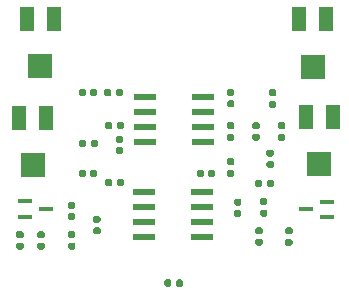
<source format=gbr>
%TF.GenerationSoftware,KiCad,Pcbnew,(5.1.9-0-10_14)*%
%TF.CreationDate,2021-05-07T17:02:22+01:00*%
%TF.ProjectId,EMGSensor3.1,454d4753-656e-4736-9f72-332e312e6b69,rev?*%
%TF.SameCoordinates,Original*%
%TF.FileFunction,Paste,Top*%
%TF.FilePolarity,Positive*%
%FSLAX46Y46*%
G04 Gerber Fmt 4.6, Leading zero omitted, Abs format (unit mm)*
G04 Created by KiCad (PCBNEW (5.1.9-0-10_14)) date 2021-05-07 17:02:22*
%MOMM*%
%LPD*%
G01*
G04 APERTURE LIST*
%ADD10R,1.168400X0.457200*%
%ADD11R,1.300000X2.000000*%
%ADD12R,2.000000X2.000000*%
%ADD13R,1.981200X0.558800*%
G04 APERTURE END LIST*
D10*
%TO.C,D2*%
X199148700Y-68315599D03*
X199148700Y-67015601D03*
X197396100Y-67665600D03*
%TD*%
%TO.C,R9*%
G36*
G01*
X174782700Y-70497200D02*
X175127700Y-70497200D01*
G75*
G02*
X175275200Y-70644700I0J-147500D01*
G01*
X175275200Y-70939700D01*
G75*
G02*
X175127700Y-71087200I-147500J0D01*
G01*
X174782700Y-71087200D01*
G75*
G02*
X174635200Y-70939700I0J147500D01*
G01*
X174635200Y-70644700D01*
G75*
G02*
X174782700Y-70497200I147500J0D01*
G01*
G37*
G36*
G01*
X174782700Y-69527200D02*
X175127700Y-69527200D01*
G75*
G02*
X175275200Y-69674700I0J-147500D01*
G01*
X175275200Y-69969700D01*
G75*
G02*
X175127700Y-70117200I-147500J0D01*
G01*
X174782700Y-70117200D01*
G75*
G02*
X174635200Y-69969700I0J147500D01*
G01*
X174635200Y-69674700D01*
G75*
G02*
X174782700Y-69527200I147500J0D01*
G01*
G37*
%TD*%
D11*
%TO.C,RV22*%
X199651000Y-59849000D03*
D12*
X198501000Y-63849000D03*
D11*
X197351000Y-59849000D03*
%TD*%
%TO.C,C5*%
G36*
G01*
X194660000Y-65317500D02*
X194660000Y-65662500D01*
G75*
G02*
X194512500Y-65810000I-147500J0D01*
G01*
X194217500Y-65810000D01*
G75*
G02*
X194070000Y-65662500I0J147500D01*
G01*
X194070000Y-65317500D01*
G75*
G02*
X194217500Y-65170000I147500J0D01*
G01*
X194512500Y-65170000D01*
G75*
G02*
X194660000Y-65317500I0J-147500D01*
G01*
G37*
G36*
G01*
X193690000Y-65317500D02*
X193690000Y-65662500D01*
G75*
G02*
X193542500Y-65810000I-147500J0D01*
G01*
X193247500Y-65810000D01*
G75*
G02*
X193100000Y-65662500I0J147500D01*
G01*
X193100000Y-65317500D01*
G75*
G02*
X193247500Y-65170000I147500J0D01*
G01*
X193542500Y-65170000D01*
G75*
G02*
X193690000Y-65317500I0J-147500D01*
G01*
G37*
%TD*%
%TO.C,C8*%
G36*
G01*
X185995000Y-73747500D02*
X185995000Y-74092500D01*
G75*
G02*
X185847500Y-74240000I-147500J0D01*
G01*
X185552500Y-74240000D01*
G75*
G02*
X185405000Y-74092500I0J147500D01*
G01*
X185405000Y-73747500D01*
G75*
G02*
X185552500Y-73600000I147500J0D01*
G01*
X185847500Y-73600000D01*
G75*
G02*
X185995000Y-73747500I0J-147500D01*
G01*
G37*
G36*
G01*
X186965000Y-73747500D02*
X186965000Y-74092500D01*
G75*
G02*
X186817500Y-74240000I-147500J0D01*
G01*
X186522500Y-74240000D01*
G75*
G02*
X186375000Y-74092500I0J147500D01*
G01*
X186375000Y-73747500D01*
G75*
G02*
X186522500Y-73600000I147500J0D01*
G01*
X186817500Y-73600000D01*
G75*
G02*
X186965000Y-73747500I0J-147500D01*
G01*
G37*
%TD*%
%TO.C,R1*%
G36*
G01*
X178163000Y-57957500D02*
X178163000Y-57612500D01*
G75*
G02*
X178310500Y-57465000I147500J0D01*
G01*
X178605500Y-57465000D01*
G75*
G02*
X178753000Y-57612500I0J-147500D01*
G01*
X178753000Y-57957500D01*
G75*
G02*
X178605500Y-58105000I-147500J0D01*
G01*
X178310500Y-58105000D01*
G75*
G02*
X178163000Y-57957500I0J147500D01*
G01*
G37*
G36*
G01*
X179133000Y-57957500D02*
X179133000Y-57612500D01*
G75*
G02*
X179280500Y-57465000I147500J0D01*
G01*
X179575500Y-57465000D01*
G75*
G02*
X179723000Y-57612500I0J-147500D01*
G01*
X179723000Y-57957500D01*
G75*
G02*
X179575500Y-58105000I-147500J0D01*
G01*
X179280500Y-58105000D01*
G75*
G02*
X179133000Y-57957500I0J147500D01*
G01*
G37*
%TD*%
%TO.C,R2*%
G36*
G01*
X180322000Y-57957500D02*
X180322000Y-57612500D01*
G75*
G02*
X180469500Y-57465000I147500J0D01*
G01*
X180764500Y-57465000D01*
G75*
G02*
X180912000Y-57612500I0J-147500D01*
G01*
X180912000Y-57957500D01*
G75*
G02*
X180764500Y-58105000I-147500J0D01*
G01*
X180469500Y-58105000D01*
G75*
G02*
X180322000Y-57957500I0J147500D01*
G01*
G37*
G36*
G01*
X181292000Y-57957500D02*
X181292000Y-57612500D01*
G75*
G02*
X181439500Y-57465000I147500J0D01*
G01*
X181734500Y-57465000D01*
G75*
G02*
X181882000Y-57612500I0J-147500D01*
G01*
X181882000Y-57957500D01*
G75*
G02*
X181734500Y-58105000I-147500J0D01*
G01*
X181439500Y-58105000D01*
G75*
G02*
X181292000Y-57957500I0J147500D01*
G01*
G37*
%TD*%
%TO.C,R3*%
G36*
G01*
X181968500Y-60406500D02*
X181968500Y-60751500D01*
G75*
G02*
X181821000Y-60899000I-147500J0D01*
G01*
X181526000Y-60899000D01*
G75*
G02*
X181378500Y-60751500I0J147500D01*
G01*
X181378500Y-60406500D01*
G75*
G02*
X181526000Y-60259000I147500J0D01*
G01*
X181821000Y-60259000D01*
G75*
G02*
X181968500Y-60406500I0J-147500D01*
G01*
G37*
G36*
G01*
X180998500Y-60406500D02*
X180998500Y-60751500D01*
G75*
G02*
X180851000Y-60899000I-147500J0D01*
G01*
X180556000Y-60899000D01*
G75*
G02*
X180408500Y-60751500I0J147500D01*
G01*
X180408500Y-60406500D01*
G75*
G02*
X180556000Y-60259000I147500J0D01*
G01*
X180851000Y-60259000D01*
G75*
G02*
X180998500Y-60406500I0J-147500D01*
G01*
G37*
%TD*%
%TO.C,R6*%
G36*
G01*
X179723000Y-64470500D02*
X179723000Y-64815500D01*
G75*
G02*
X179575500Y-64963000I-147500J0D01*
G01*
X179280500Y-64963000D01*
G75*
G02*
X179133000Y-64815500I0J147500D01*
G01*
X179133000Y-64470500D01*
G75*
G02*
X179280500Y-64323000I147500J0D01*
G01*
X179575500Y-64323000D01*
G75*
G02*
X179723000Y-64470500I0J-147500D01*
G01*
G37*
G36*
G01*
X178753000Y-64470500D02*
X178753000Y-64815500D01*
G75*
G02*
X178605500Y-64963000I-147500J0D01*
G01*
X178310500Y-64963000D01*
G75*
G02*
X178163000Y-64815500I0J147500D01*
G01*
X178163000Y-64470500D01*
G75*
G02*
X178310500Y-64323000I147500J0D01*
G01*
X178605500Y-64323000D01*
G75*
G02*
X178753000Y-64470500I0J-147500D01*
G01*
G37*
%TD*%
%TO.C,R7*%
G36*
G01*
X181378500Y-65577500D02*
X181378500Y-65232500D01*
G75*
G02*
X181526000Y-65085000I147500J0D01*
G01*
X181821000Y-65085000D01*
G75*
G02*
X181968500Y-65232500I0J-147500D01*
G01*
X181968500Y-65577500D01*
G75*
G02*
X181821000Y-65725000I-147500J0D01*
G01*
X181526000Y-65725000D01*
G75*
G02*
X181378500Y-65577500I0J147500D01*
G01*
G37*
G36*
G01*
X180408500Y-65577500D02*
X180408500Y-65232500D01*
G75*
G02*
X180556000Y-65085000I147500J0D01*
G01*
X180851000Y-65085000D01*
G75*
G02*
X180998500Y-65232500I0J-147500D01*
G01*
X180998500Y-65577500D01*
G75*
G02*
X180851000Y-65725000I-147500J0D01*
G01*
X180556000Y-65725000D01*
G75*
G02*
X180408500Y-65577500I0J147500D01*
G01*
G37*
%TD*%
%TO.C,R8*%
G36*
G01*
X179507100Y-68231800D02*
X179852100Y-68231800D01*
G75*
G02*
X179999600Y-68379300I0J-147500D01*
G01*
X179999600Y-68674300D01*
G75*
G02*
X179852100Y-68821800I-147500J0D01*
G01*
X179507100Y-68821800D01*
G75*
G02*
X179359600Y-68674300I0J147500D01*
G01*
X179359600Y-68379300D01*
G75*
G02*
X179507100Y-68231800I147500J0D01*
G01*
G37*
G36*
G01*
X179507100Y-69201800D02*
X179852100Y-69201800D01*
G75*
G02*
X179999600Y-69349300I0J-147500D01*
G01*
X179999600Y-69644300D01*
G75*
G02*
X179852100Y-69791800I-147500J0D01*
G01*
X179507100Y-69791800D01*
G75*
G02*
X179359600Y-69644300I0J147500D01*
G01*
X179359600Y-69349300D01*
G75*
G02*
X179507100Y-69201800I147500J0D01*
G01*
G37*
%TD*%
%TO.C,R10*%
G36*
G01*
X173324300Y-70119600D02*
X172979300Y-70119600D01*
G75*
G02*
X172831800Y-69972100I0J147500D01*
G01*
X172831800Y-69677100D01*
G75*
G02*
X172979300Y-69529600I147500J0D01*
G01*
X173324300Y-69529600D01*
G75*
G02*
X173471800Y-69677100I0J-147500D01*
G01*
X173471800Y-69972100D01*
G75*
G02*
X173324300Y-70119600I-147500J0D01*
G01*
G37*
G36*
G01*
X173324300Y-71089600D02*
X172979300Y-71089600D01*
G75*
G02*
X172831800Y-70942100I0J147500D01*
G01*
X172831800Y-70647100D01*
G75*
G02*
X172979300Y-70499600I147500J0D01*
G01*
X173324300Y-70499600D01*
G75*
G02*
X173471800Y-70647100I0J-147500D01*
G01*
X173471800Y-70942100D01*
G75*
G02*
X173324300Y-71089600I-147500J0D01*
G01*
G37*
%TD*%
%TO.C,R12*%
G36*
G01*
X195498500Y-60897000D02*
X195153500Y-60897000D01*
G75*
G02*
X195006000Y-60749500I0J147500D01*
G01*
X195006000Y-60454500D01*
G75*
G02*
X195153500Y-60307000I147500J0D01*
G01*
X195498500Y-60307000D01*
G75*
G02*
X195646000Y-60454500I0J-147500D01*
G01*
X195646000Y-60749500D01*
G75*
G02*
X195498500Y-60897000I-147500J0D01*
G01*
G37*
G36*
G01*
X195498500Y-61867000D02*
X195153500Y-61867000D01*
G75*
G02*
X195006000Y-61719500I0J147500D01*
G01*
X195006000Y-61424500D01*
G75*
G02*
X195153500Y-61277000I147500J0D01*
G01*
X195498500Y-61277000D01*
G75*
G02*
X195646000Y-61424500I0J-147500D01*
G01*
X195646000Y-61719500D01*
G75*
G02*
X195498500Y-61867000I-147500J0D01*
G01*
G37*
%TD*%
%TO.C,R13*%
G36*
G01*
X193339500Y-61867000D02*
X192994500Y-61867000D01*
G75*
G02*
X192847000Y-61719500I0J147500D01*
G01*
X192847000Y-61424500D01*
G75*
G02*
X192994500Y-61277000I147500J0D01*
G01*
X193339500Y-61277000D01*
G75*
G02*
X193487000Y-61424500I0J-147500D01*
G01*
X193487000Y-61719500D01*
G75*
G02*
X193339500Y-61867000I-147500J0D01*
G01*
G37*
G36*
G01*
X193339500Y-60897000D02*
X192994500Y-60897000D01*
G75*
G02*
X192847000Y-60749500I0J147500D01*
G01*
X192847000Y-60454500D01*
G75*
G02*
X192994500Y-60307000I147500J0D01*
G01*
X193339500Y-60307000D01*
G75*
G02*
X193487000Y-60454500I0J-147500D01*
G01*
X193487000Y-60749500D01*
G75*
G02*
X193339500Y-60897000I-147500J0D01*
G01*
G37*
%TD*%
%TO.C,R14*%
G36*
G01*
X194188300Y-62618400D02*
X194533300Y-62618400D01*
G75*
G02*
X194680800Y-62765900I0J-147500D01*
G01*
X194680800Y-63060900D01*
G75*
G02*
X194533300Y-63208400I-147500J0D01*
G01*
X194188300Y-63208400D01*
G75*
G02*
X194040800Y-63060900I0J147500D01*
G01*
X194040800Y-62765900D01*
G75*
G02*
X194188300Y-62618400I147500J0D01*
G01*
G37*
G36*
G01*
X194188300Y-63588400D02*
X194533300Y-63588400D01*
G75*
G02*
X194680800Y-63735900I0J-147500D01*
G01*
X194680800Y-64030900D01*
G75*
G02*
X194533300Y-64178400I-147500J0D01*
G01*
X194188300Y-64178400D01*
G75*
G02*
X194040800Y-64030900I0J147500D01*
G01*
X194040800Y-63735900D01*
G75*
G02*
X194188300Y-63588400I147500J0D01*
G01*
G37*
%TD*%
%TO.C,R15*%
G36*
G01*
X190835500Y-60307000D02*
X191180500Y-60307000D01*
G75*
G02*
X191328000Y-60454500I0J-147500D01*
G01*
X191328000Y-60749500D01*
G75*
G02*
X191180500Y-60897000I-147500J0D01*
G01*
X190835500Y-60897000D01*
G75*
G02*
X190688000Y-60749500I0J147500D01*
G01*
X190688000Y-60454500D01*
G75*
G02*
X190835500Y-60307000I147500J0D01*
G01*
G37*
G36*
G01*
X190835500Y-61277000D02*
X191180500Y-61277000D01*
G75*
G02*
X191328000Y-61424500I0J-147500D01*
G01*
X191328000Y-61719500D01*
G75*
G02*
X191180500Y-61867000I-147500J0D01*
G01*
X190835500Y-61867000D01*
G75*
G02*
X190688000Y-61719500I0J147500D01*
G01*
X190688000Y-61424500D01*
G75*
G02*
X190835500Y-61277000I147500J0D01*
G01*
G37*
%TD*%
%TO.C,R17*%
G36*
G01*
X194391500Y-58483000D02*
X194736500Y-58483000D01*
G75*
G02*
X194884000Y-58630500I0J-147500D01*
G01*
X194884000Y-58925500D01*
G75*
G02*
X194736500Y-59073000I-147500J0D01*
G01*
X194391500Y-59073000D01*
G75*
G02*
X194244000Y-58925500I0J147500D01*
G01*
X194244000Y-58630500D01*
G75*
G02*
X194391500Y-58483000I147500J0D01*
G01*
G37*
G36*
G01*
X194391500Y-57513000D02*
X194736500Y-57513000D01*
G75*
G02*
X194884000Y-57660500I0J-147500D01*
G01*
X194884000Y-57955500D01*
G75*
G02*
X194736500Y-58103000I-147500J0D01*
G01*
X194391500Y-58103000D01*
G75*
G02*
X194244000Y-57955500I0J147500D01*
G01*
X194244000Y-57660500D01*
G75*
G02*
X194391500Y-57513000I147500J0D01*
G01*
G37*
%TD*%
%TO.C,R18*%
G36*
G01*
X191180500Y-63945000D02*
X190835500Y-63945000D01*
G75*
G02*
X190688000Y-63797500I0J147500D01*
G01*
X190688000Y-63502500D01*
G75*
G02*
X190835500Y-63355000I147500J0D01*
G01*
X191180500Y-63355000D01*
G75*
G02*
X191328000Y-63502500I0J-147500D01*
G01*
X191328000Y-63797500D01*
G75*
G02*
X191180500Y-63945000I-147500J0D01*
G01*
G37*
G36*
G01*
X191180500Y-64915000D02*
X190835500Y-64915000D01*
G75*
G02*
X190688000Y-64767500I0J147500D01*
G01*
X190688000Y-64472500D01*
G75*
G02*
X190835500Y-64325000I147500J0D01*
G01*
X191180500Y-64325000D01*
G75*
G02*
X191328000Y-64472500I0J-147500D01*
G01*
X191328000Y-64767500D01*
G75*
G02*
X191180500Y-64915000I-147500J0D01*
G01*
G37*
%TD*%
%TO.C,R19*%
G36*
G01*
X193629500Y-67700000D02*
X193974500Y-67700000D01*
G75*
G02*
X194122000Y-67847500I0J-147500D01*
G01*
X194122000Y-68142500D01*
G75*
G02*
X193974500Y-68290000I-147500J0D01*
G01*
X193629500Y-68290000D01*
G75*
G02*
X193482000Y-68142500I0J147500D01*
G01*
X193482000Y-67847500D01*
G75*
G02*
X193629500Y-67700000I147500J0D01*
G01*
G37*
G36*
G01*
X193629500Y-66730000D02*
X193974500Y-66730000D01*
G75*
G02*
X194122000Y-66877500I0J-147500D01*
G01*
X194122000Y-67172500D01*
G75*
G02*
X193974500Y-67320000I-147500J0D01*
G01*
X193629500Y-67320000D01*
G75*
G02*
X193482000Y-67172500I0J147500D01*
G01*
X193482000Y-66877500D01*
G75*
G02*
X193629500Y-66730000I147500J0D01*
G01*
G37*
%TD*%
%TO.C,R20*%
G36*
G01*
X193217500Y-70160000D02*
X193562500Y-70160000D01*
G75*
G02*
X193710000Y-70307500I0J-147500D01*
G01*
X193710000Y-70602500D01*
G75*
G02*
X193562500Y-70750000I-147500J0D01*
G01*
X193217500Y-70750000D01*
G75*
G02*
X193070000Y-70602500I0J147500D01*
G01*
X193070000Y-70307500D01*
G75*
G02*
X193217500Y-70160000I147500J0D01*
G01*
G37*
G36*
G01*
X193217500Y-69190000D02*
X193562500Y-69190000D01*
G75*
G02*
X193710000Y-69337500I0J-147500D01*
G01*
X193710000Y-69632500D01*
G75*
G02*
X193562500Y-69780000I-147500J0D01*
G01*
X193217500Y-69780000D01*
G75*
G02*
X193070000Y-69632500I0J147500D01*
G01*
X193070000Y-69337500D01*
G75*
G02*
X193217500Y-69190000I147500J0D01*
G01*
G37*
%TD*%
%TO.C,R21*%
G36*
G01*
X196102500Y-70770000D02*
X195757500Y-70770000D01*
G75*
G02*
X195610000Y-70622500I0J147500D01*
G01*
X195610000Y-70327500D01*
G75*
G02*
X195757500Y-70180000I147500J0D01*
G01*
X196102500Y-70180000D01*
G75*
G02*
X196250000Y-70327500I0J-147500D01*
G01*
X196250000Y-70622500D01*
G75*
G02*
X196102500Y-70770000I-147500J0D01*
G01*
G37*
G36*
G01*
X196102500Y-69800000D02*
X195757500Y-69800000D01*
G75*
G02*
X195610000Y-69652500I0J147500D01*
G01*
X195610000Y-69357500D01*
G75*
G02*
X195757500Y-69210000I147500J0D01*
G01*
X196102500Y-69210000D01*
G75*
G02*
X196250000Y-69357500I0J-147500D01*
G01*
X196250000Y-69652500D01*
G75*
G02*
X196102500Y-69800000I-147500J0D01*
G01*
G37*
%TD*%
%TO.C,RV5*%
X173729000Y-51568600D03*
D12*
X174879000Y-55568600D03*
D11*
X176029000Y-51568600D03*
%TD*%
%TO.C,RV11*%
X175394000Y-59912500D03*
D12*
X174244000Y-63912500D03*
D11*
X173094000Y-59912500D03*
%TD*%
%TO.C,RV16*%
X196817600Y-51594000D03*
D12*
X197967600Y-55594000D03*
D11*
X199117600Y-51594000D03*
%TD*%
%TO.C,R4*%
G36*
G01*
X178186000Y-62275500D02*
X178186000Y-61930500D01*
G75*
G02*
X178333500Y-61783000I147500J0D01*
G01*
X178628500Y-61783000D01*
G75*
G02*
X178776000Y-61930500I0J-147500D01*
G01*
X178776000Y-62275500D01*
G75*
G02*
X178628500Y-62423000I-147500J0D01*
G01*
X178333500Y-62423000D01*
G75*
G02*
X178186000Y-62275500I0J147500D01*
G01*
G37*
G36*
G01*
X179156000Y-62275500D02*
X179156000Y-61930500D01*
G75*
G02*
X179303500Y-61783000I147500J0D01*
G01*
X179598500Y-61783000D01*
G75*
G02*
X179746000Y-61930500I0J-147500D01*
G01*
X179746000Y-62275500D01*
G75*
G02*
X179598500Y-62423000I-147500J0D01*
G01*
X179303500Y-62423000D01*
G75*
G02*
X179156000Y-62275500I0J147500D01*
G01*
G37*
%TD*%
%TO.C,C1*%
G36*
G01*
X177718500Y-68598000D02*
X177373500Y-68598000D01*
G75*
G02*
X177226000Y-68450500I0J147500D01*
G01*
X177226000Y-68155500D01*
G75*
G02*
X177373500Y-68008000I147500J0D01*
G01*
X177718500Y-68008000D01*
G75*
G02*
X177866000Y-68155500I0J-147500D01*
G01*
X177866000Y-68450500D01*
G75*
G02*
X177718500Y-68598000I-147500J0D01*
G01*
G37*
G36*
G01*
X177718500Y-67628000D02*
X177373500Y-67628000D01*
G75*
G02*
X177226000Y-67480500I0J147500D01*
G01*
X177226000Y-67185500D01*
G75*
G02*
X177373500Y-67038000I147500J0D01*
G01*
X177718500Y-67038000D01*
G75*
G02*
X177866000Y-67185500I0J-147500D01*
G01*
X177866000Y-67480500D01*
G75*
G02*
X177718500Y-67628000I-147500J0D01*
G01*
G37*
%TD*%
%TO.C,C6*%
G36*
G01*
X191764700Y-67348600D02*
X191419700Y-67348600D01*
G75*
G02*
X191272200Y-67201100I0J147500D01*
G01*
X191272200Y-66906100D01*
G75*
G02*
X191419700Y-66758600I147500J0D01*
G01*
X191764700Y-66758600D01*
G75*
G02*
X191912200Y-66906100I0J-147500D01*
G01*
X191912200Y-67201100D01*
G75*
G02*
X191764700Y-67348600I-147500J0D01*
G01*
G37*
G36*
G01*
X191764700Y-68318600D02*
X191419700Y-68318600D01*
G75*
G02*
X191272200Y-68171100I0J147500D01*
G01*
X191272200Y-67876100D01*
G75*
G02*
X191419700Y-67728600I147500J0D01*
G01*
X191764700Y-67728600D01*
G75*
G02*
X191912200Y-67876100I0J-147500D01*
G01*
X191912200Y-68171100D01*
G75*
G02*
X191764700Y-68318600I-147500J0D01*
G01*
G37*
%TD*%
%TO.C,C2*%
G36*
G01*
X177718500Y-70104500D02*
X177373500Y-70104500D01*
G75*
G02*
X177226000Y-69957000I0J147500D01*
G01*
X177226000Y-69662000D01*
G75*
G02*
X177373500Y-69514500I147500J0D01*
G01*
X177718500Y-69514500D01*
G75*
G02*
X177866000Y-69662000I0J-147500D01*
G01*
X177866000Y-69957000D01*
G75*
G02*
X177718500Y-70104500I-147500J0D01*
G01*
G37*
G36*
G01*
X177718500Y-71074500D02*
X177373500Y-71074500D01*
G75*
G02*
X177226000Y-70927000I0J147500D01*
G01*
X177226000Y-70632000D01*
G75*
G02*
X177373500Y-70484500I147500J0D01*
G01*
X177718500Y-70484500D01*
G75*
G02*
X177866000Y-70632000I0J-147500D01*
G01*
X177866000Y-70927000D01*
G75*
G02*
X177718500Y-71074500I-147500J0D01*
G01*
G37*
%TD*%
%TO.C,C3*%
G36*
G01*
X190835500Y-57487600D02*
X191180500Y-57487600D01*
G75*
G02*
X191328000Y-57635100I0J-147500D01*
G01*
X191328000Y-57930100D01*
G75*
G02*
X191180500Y-58077600I-147500J0D01*
G01*
X190835500Y-58077600D01*
G75*
G02*
X190688000Y-57930100I0J147500D01*
G01*
X190688000Y-57635100D01*
G75*
G02*
X190835500Y-57487600I147500J0D01*
G01*
G37*
G36*
G01*
X190835500Y-58457600D02*
X191180500Y-58457600D01*
G75*
G02*
X191328000Y-58605100I0J-147500D01*
G01*
X191328000Y-58900100D01*
G75*
G02*
X191180500Y-59047600I-147500J0D01*
G01*
X190835500Y-59047600D01*
G75*
G02*
X190688000Y-58900100I0J147500D01*
G01*
X190688000Y-58605100D01*
G75*
G02*
X190835500Y-58457600I147500J0D01*
G01*
G37*
%TD*%
%TO.C,C4*%
G36*
G01*
X188735200Y-64470500D02*
X188735200Y-64815500D01*
G75*
G02*
X188587700Y-64963000I-147500J0D01*
G01*
X188292700Y-64963000D01*
G75*
G02*
X188145200Y-64815500I0J147500D01*
G01*
X188145200Y-64470500D01*
G75*
G02*
X188292700Y-64323000I147500J0D01*
G01*
X188587700Y-64323000D01*
G75*
G02*
X188735200Y-64470500I0J-147500D01*
G01*
G37*
G36*
G01*
X189705200Y-64470500D02*
X189705200Y-64815500D01*
G75*
G02*
X189557700Y-64963000I-147500J0D01*
G01*
X189262700Y-64963000D01*
G75*
G02*
X189115200Y-64815500I0J147500D01*
G01*
X189115200Y-64470500D01*
G75*
G02*
X189262700Y-64323000I147500J0D01*
G01*
X189557700Y-64323000D01*
G75*
G02*
X189705200Y-64470500I0J-147500D01*
G01*
G37*
%TD*%
%TO.C,C7*%
G36*
G01*
X181782500Y-62040000D02*
X181437500Y-62040000D01*
G75*
G02*
X181290000Y-61892500I0J147500D01*
G01*
X181290000Y-61597500D01*
G75*
G02*
X181437500Y-61450000I147500J0D01*
G01*
X181782500Y-61450000D01*
G75*
G02*
X181930000Y-61597500I0J-147500D01*
G01*
X181930000Y-61892500D01*
G75*
G02*
X181782500Y-62040000I-147500J0D01*
G01*
G37*
G36*
G01*
X181782500Y-63010000D02*
X181437500Y-63010000D01*
G75*
G02*
X181290000Y-62862500I0J147500D01*
G01*
X181290000Y-62567500D01*
G75*
G02*
X181437500Y-62420000I147500J0D01*
G01*
X181782500Y-62420000D01*
G75*
G02*
X181930000Y-62567500I0J-147500D01*
G01*
X181930000Y-62862500D01*
G75*
G02*
X181782500Y-63010000I-147500J0D01*
G01*
G37*
%TD*%
D10*
%TO.C,D1*%
X175348900Y-67640200D03*
X173596300Y-68290199D03*
X173596300Y-66990201D03*
%TD*%
D13*
%TO.C,U1*%
X188645800Y-58191400D03*
X188645800Y-59461400D03*
X188645800Y-60731400D03*
X188645800Y-62001400D03*
X183718200Y-62001400D03*
X183718200Y-60731400D03*
X183718200Y-59461400D03*
X183718200Y-58191400D03*
%TD*%
%TO.C,U2*%
X183654700Y-66230500D03*
X183654700Y-67500500D03*
X183654700Y-68770500D03*
X183654700Y-70040500D03*
X188582300Y-70040500D03*
X188582300Y-68770500D03*
X188582300Y-67500500D03*
X188582300Y-66230500D03*
%TD*%
M02*

</source>
